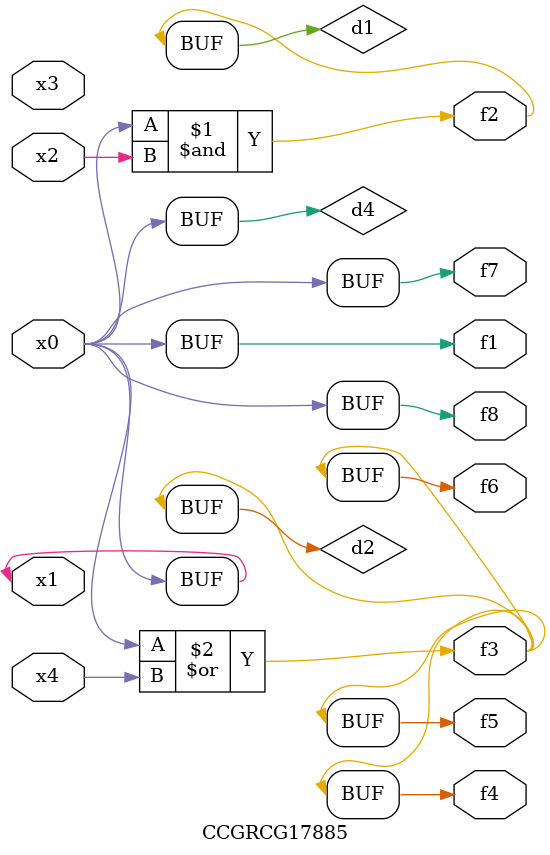
<source format=v>
module CCGRCG17885(
	input x0, x1, x2, x3, x4,
	output f1, f2, f3, f4, f5, f6, f7, f8
);

	wire d1, d2, d3, d4;

	and (d1, x0, x2);
	or (d2, x0, x4);
	nand (d3, x0, x2);
	buf (d4, x0, x1);
	assign f1 = d4;
	assign f2 = d1;
	assign f3 = d2;
	assign f4 = d2;
	assign f5 = d2;
	assign f6 = d2;
	assign f7 = d4;
	assign f8 = d4;
endmodule

</source>
